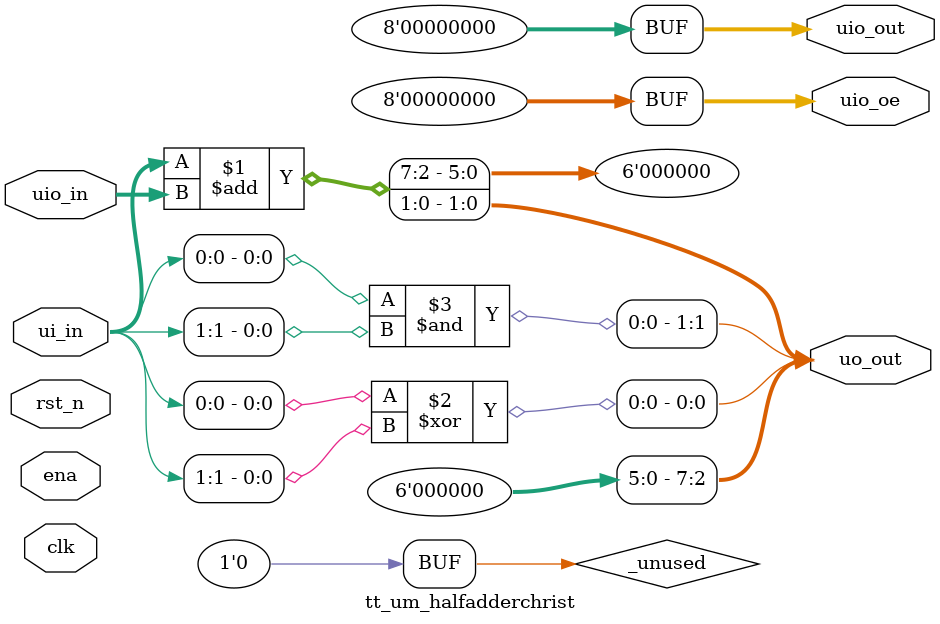
<source format=v>
/*
 * Copyright (c) 2024 Your Name
 * SPDX-License-Identifier: Apache-2.0
 */

`default_nettype none

module tt_um_halfadderchrist (
    input  wire [7:0] ui_in,    // Dedicated inputs
    output wire [7:0] uo_out,   // Dedicated outputs
    input  wire [7:0] uio_in,   // IOs: Input path
    output wire [7:0] uio_out,  // IOs: Output path
    output wire [7:0] uio_oe,   // IOs: Enable path (active high: 0=input, 1=output)
    input  wire       ena,      // always 1 when the design is powered, so you can ignore it
    input  wire       clk,      // clock
    input  wire       rst_n     // reset_n - low to reset
);

  // All output pins must be assigned. If not used, assign to 0.
  assign uo_out  = ui_in + uio_in;  // Example: ou_out is the sum of ui_in and uio_in
    assign uo_out[0]=ui_in[0]^ui_in[1];
    assign uo_out[1]=ui_in[0]&ui_in[1];
  assign uio_out = 0;
  assign uio_oe  = 0;
    assign uo_out[7:2]=6'b0;
  // List all unused inputs to prevent warnings
  wire _unused = &{ena, clk, rst_n, 1'b0};

endmodule

</source>
